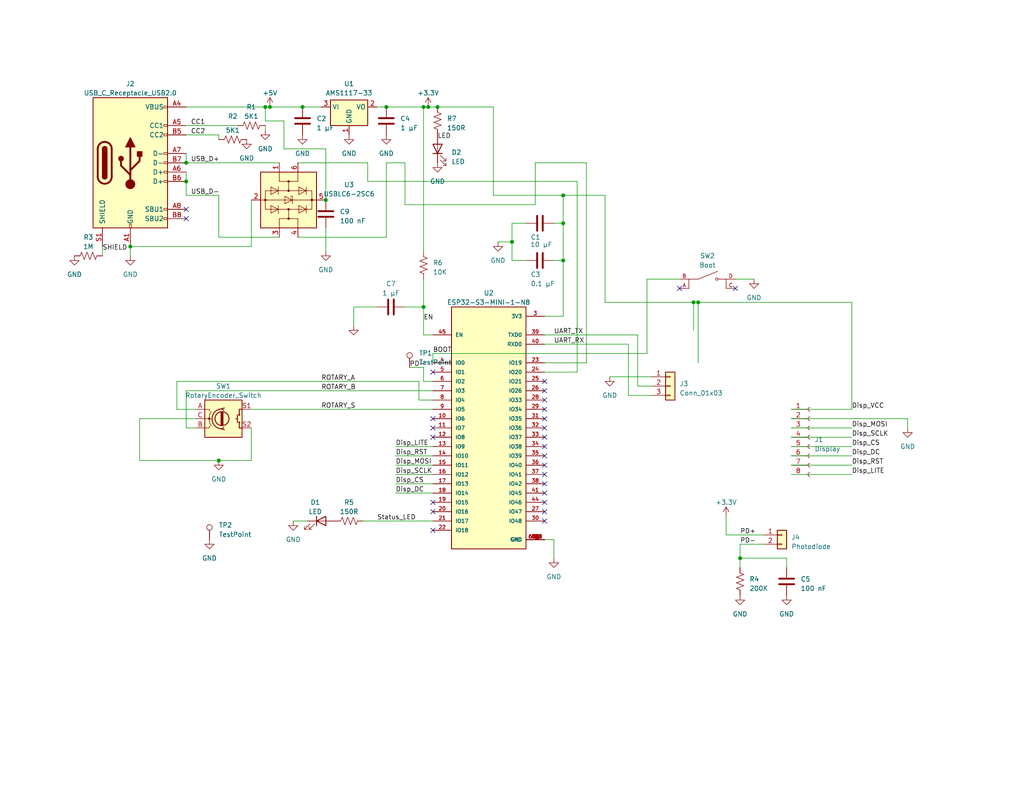
<source format=kicad_sch>
(kicad_sch (version 20230121) (generator eeschema)
  (paper "USLetter")
  (title_block (title "SleepControl") (date "2023-02-20") (company "Katharine Berry"))
  (lib_symbols
    (symbol "Connector:Conn_01x08_Socket" (pin_names (offset 1.016) hide)
      (property "Reference" "J" (at 0 10.16 0))
      (property "Value" "Conn_01x08_Socket" (at 0 -12.7 0))
      (symbol "Conn_01x08_Socket_1_1"
        (arc (start 0 -9.652) (mid -0.5058 -10.16) (end 0 -10.668) (stroke (width 0.1524)))
        (arc (start 0 -7.112) (mid -0.5058 -7.62) (end 0 -8.128) (stroke (width 0.1524)))
        (arc (start 0 -4.572) (mid -0.5058 -5.08) (end 0 -5.588) (stroke (width 0.1524)))
        (arc (start 0 -2.032) (mid -0.5058 -2.54) (end 0 -3.048) (stroke (width 0.1524)))
        (polyline (pts (xy -1.27 -10.16) (xy -0.508 -10.16)) (stroke (width 0.1524)))
        (polyline (pts (xy -1.27 -7.62) (xy -0.508 -7.62)) (stroke (width 0.1524)))
        (polyline (pts (xy -1.27 -5.08) (xy -0.508 -5.08)) (stroke (width 0.1524)))
        (polyline (pts (xy -1.27 -2.54) (xy -0.508 -2.54)) (stroke (width 0.1524)))
        (polyline (pts (xy -1.27 0) (xy -0.508 0)) (stroke (width 0.1524)))
        (polyline (pts (xy -1.27 2.54) (xy -0.508 2.54)) (stroke (width 0.1524)))
        (polyline (pts (xy -1.27 5.08) (xy -0.508 5.08)) (stroke (width 0.1524)))
        (polyline (pts (xy -1.27 7.62) (xy -0.508 7.62)) (stroke (width 0.1524)))
        (arc (start 0 0.508) (mid -0.5058 0) (end 0 -0.508) (stroke (width 0.1524)))
        (arc (start 0 3.048) (mid -0.5058 2.54) (end 0 2.032) (stroke (width 0.1524)))
        (arc (start 0 5.588) (mid -0.5058 5.08) (end 0 4.572) (stroke (width 0.1524)))
        (arc (start 0 8.128) (mid -0.5058 7.62) (end 0 7.112) (stroke (width 0.1524)))
        (pin passive line (at -5.08 7.62 0) (length 3.81) (name "Pin_1") (number "1"))
        (pin passive line (at -5.08 5.08 0) (length 3.81) (name "Pin_2") (number "2"))
        (pin passive line (at -5.08 2.54 0) (length 3.81) (name "Pin_3") (number "3"))
        (pin passive line (at -5.08 0 0) (length 3.81) (name "Pin_4") (number "4"))
        (pin passive line (at -5.08 -2.54 0) (length 3.81) (name "Pin_5") (number "5"))
        (pin passive line (at -5.08 -5.08 0) (length 3.81) (name "Pin_6") (number "6"))
        (pin passive line (at -5.08 -7.62 0) (length 3.81) (name "Pin_7") (number "7"))
        (pin passive line (at -5.08 -10.16 0) (length 3.81) (name "Pin_8") (number "8"))
      )
    )
    (symbol "Connector:TestPoint" (pin_numbers hide) (pin_names (offset 0.762) hide)
      (property "Reference" "TP" (at 0 6.858 0))
      (property "Value" "TestPoint" (at 0 5.08 0))
      (symbol "TestPoint_0_1"
        (circle (center 0 3.302) (radius 0.762))
      )
      (symbol "TestPoint_1_1"
        (pin passive line (at 0 0 90) (length 2.54) (name "1") (number "1"))
      )
    )
    (symbol "Connector:USB_C_Receptacle_USB2.0" (pin_names (offset 1.016))
      (property "Reference" "J2" (at 0 21.59 0))
      (property "Value" "USB_C_Receptacle_USB2.0" (at 0 19.05 0))
      (symbol "USB_C_Receptacle_USB2.0_0_0"
        (rectangle (start -0.254 -17.78) (end 0.254 -16.764))
        (rectangle (start 10.16 -14.986) (end 9.144 -15.494))
        (rectangle (start 10.16 -12.446) (end 9.144 -12.954))
        (rectangle (start 10.16 -4.826) (end 9.144 -5.334))
        (rectangle (start 10.16 -2.286) (end 9.144 -2.794))
        (rectangle (start 10.16 0.254) (end 9.144 -0.254))
        (rectangle (start 10.16 2.794) (end 9.144 2.286))
        (rectangle (start 10.16 7.874) (end 9.144 7.366))
        (rectangle (start 10.16 10.414) (end 9.144 9.906))
        (rectangle (start 10.16 15.494) (end 9.144 14.986))
      )
      (symbol "USB_C_Receptacle_USB2.0_0_1"
        (rectangle (start -10.16 17.78) (end 10.16 -17.78) (stroke (width 0.254)) (fill (type background)))
        (arc (start -8.89 -3.81) (mid -6.985 -5.7067) (end -5.08 -3.81) (stroke (width 0.508)))
        (arc (start -7.62 -3.81) (mid -6.985 -4.4423) (end -6.35 -3.81) (stroke (width 0.254)))
        (arc (start -7.62 -3.81) (mid -6.985 -4.4423) (end -6.35 -3.81) (stroke (width 0.254)) (fill (type outline)))
        (rectangle (start -7.62 -3.81) (end -6.35 3.81) (stroke (width 0.254)) (fill (type outline)))
        (arc (start -6.35 3.81) (mid -6.985 4.4423) (end -7.62 3.81) (stroke (width 0.254)))
        (arc (start -6.35 3.81) (mid -6.985 4.4423) (end -7.62 3.81) (stroke (width 0.254)) (fill (type outline)))
        (arc (start -5.08 3.81) (mid -6.985 5.7067) (end -8.89 3.81) (stroke (width 0.508)))
        (circle (center -2.54 1.143) (radius 0.635) (stroke (width 0.254)) (fill (type outline)))
        (circle (center 0 -5.842) (radius 1.27) (fill (type outline)))
        (polyline (pts (xy -8.89 -3.81) (xy -8.89 3.81)) (stroke (width 0.508)))
        (polyline (pts (xy -5.08 3.81) (xy -5.08 -3.81)) (stroke (width 0.508)))
        (polyline (pts (xy 0 -5.842) (xy 0 4.318)) (stroke (width 0.508)))
        (polyline (pts (xy 0 -3.302) (xy -2.54 -0.762) (xy -2.54 0.508)) (stroke (width 0.508)))
        (polyline (pts (xy 0 -2.032) (xy 2.54 0.508) (xy 2.54 1.778)) (stroke (width 0.508)))
        (polyline (pts (xy -1.27 4.318) (xy 0 6.858) (xy 1.27 4.318) (xy -1.27 4.318)) (stroke (width 0.254)) (fill (type outline)))
        (rectangle (start 1.905 1.778) (end 3.175 3.048) (stroke (width 0.254)) (fill (type outline)))
      )
      (symbol "USB_C_Receptacle_USB2.0_1_1"
        (pin passive line (at 0 -22.86 90) (length 5.08) (name "GND") (number "A1"))
        (pin power_out line (at 0 -22.86 90) (length 5.08) hide (name "GND") (number "A12"))
        (pin passive line (at 15.24 15.24 180) (length 5.08) (name "VBUS") (number "A4"))
        (pin bidirectional line (at 15.24 10.16 180) (length 5.08) (name "CC1") (number "A5"))
        (pin bidirectional line (at 15.24 -2.54 180) (length 5.08) (name "D+") (number "A6"))
        (pin bidirectional line (at 15.24 2.54 180) (length 5.08) (name "D-") (number "A7"))
        (pin bidirectional line (at 15.24 -12.7 180) (length 5.08) (name "SBU1") (number "A8"))
        (pin power_out line (at 15.24 15.24 180) (length 5.08) hide (name "VBUS") (number "A9"))
        (pin passive line (at 0 -22.86 90) (length 5.08) hide (name "GND") (number "B1"))
        (pin passive line (at 0 -22.86 90) (length 5.08) hide (name "GND") (number "B12"))
        (pin passive line (at 15.24 15.24 180) (length 5.08) hide (name "VBUS") (number "B4"))
        (pin bidirectional line (at 15.24 7.62 180) (length 5.08) (name "CC2") (number "B5"))
        (pin bidirectional line (at 15.24 -5.08 180) (length 5.08) (name "D+") (number "B6"))
        (pin bidirectional line (at 15.24 0 180) (length 5.08) (name "D-") (number "B7"))
        (pin bidirectional line (at 15.24 -15.24 180) (length 5.08) (name "SBU2") (number "B8"))
        (pin passive line (at 15.24 15.24 180) (length 5.08) hide (name "VBUS") (number "B9"))
        (pin passive line (at -7.62 -22.86 90) (length 5.08) (name "SHIELD") (number "S1"))
      )
    )
    (symbol "Connector_Generic:Conn_01x02" (pin_names (offset 1.016) hide)
      (property "Reference" "J" (at 0 2.54 0))
      (property "Value" "Conn_01x02" (at 0 -5.08 0))
      (symbol "Conn_01x02_1_1"
        (rectangle (start -1.27 -2.413) (end 0 -2.667) (stroke (width 0.1524)))
        (rectangle (start -1.27 0.127) (end 0 -0.127) (stroke (width 0.1524)))
        (rectangle (start -1.27 1.27) (end 1.27 -3.81) (stroke (width 0.254)) (fill (type background)))
        (pin passive line (at -5.08 0 0) (length 3.81) (name "Pin_1") (number "1"))
        (pin passive line (at -5.08 -2.54 0) (length 3.81) (name "Pin_2") (number "2"))
      )
    )
    (symbol "Connector_Generic:Conn_01x03" (pin_names (offset 1.016) hide)
      (property "Reference" "J" (at 0 5.08 0))
      (property "Value" "Conn_01x03" (at 0 -5.08 0))
      (symbol "Conn_01x03_1_1"
        (rectangle (start -1.27 -2.413) (end 0 -2.667) (stroke (width 0.1524)))
        (rectangle (start -1.27 0.127) (end 0 -0.127) (stroke (width 0.1524)))
        (rectangle (start -1.27 2.667) (end 0 2.413) (stroke (width 0.1524)))
        (rectangle (start -1.27 3.81) (end 1.27 -3.81) (stroke (width 0.254)) (fill (type background)))
        (pin passive line (at -5.08 2.54 0) (length 3.81) (name "Pin_1") (number "1"))
        (pin passive line (at -5.08 0 0) (length 3.81) (name "Pin_2") (number "2"))
        (pin passive line (at -5.08 -2.54 0) (length 3.81) (name "Pin_3") (number "3"))
      )
    )
    (symbol "Device:C" (pin_numbers hide) (pin_names (offset 0.254))
      (property "Reference" "C" (at 0.635 2.54 0))
      (property "Value" "C" (at 0.635 -2.54 0))
      (symbol "C_0_1"
        (polyline (pts (xy -2.032 -0.762) (xy 2.032 -0.762)) (stroke (width 0.508)))
        (polyline (pts (xy -2.032 0.762) (xy 2.032 0.762)) (stroke (width 0.508)))
      )
      (symbol "C_1_1"
        (pin passive line (at 0 3.81 270) (length 2.794) (name "~") (number "1"))
        (pin passive line (at 0 -3.81 90) (length 2.794) (name "~") (number "2"))
      )
    )
    (symbol "Device:LED" (pin_numbers hide) (pin_names (offset 1.016) hide)
      (property "Reference" "D" (at 0 2.54 0))
      (property "Value" "LED" (at 0 -2.54 0))
      (symbol "LED_0_1"
        (polyline (pts (xy -1.27 -1.27) (xy -1.27 1.27)) (stroke (width 0.254)))
        (polyline (pts (xy -1.27 0) (xy 1.27 0)))
        (polyline (pts (xy 1.27 -1.27) (xy 1.27 1.27) (xy -1.27 0) (xy 1.27 -1.27)) (stroke (width 0.254)))
        (polyline (pts (xy -3.048 -0.762) (xy -4.572 -2.286) (xy -3.81 -2.286) (xy -4.572 -2.286) (xy -4.572 -1.524)))
        (polyline (pts (xy -1.778 -0.762) (xy -3.302 -2.286) (xy -2.54 -2.286) (xy -3.302 -2.286) (xy -3.302 -1.524)))
      )
      (symbol "LED_1_1"
        (pin passive line (at -3.81 0 0) (length 2.54) (name "K") (number "1"))
        (pin passive line (at 3.81 0 180) (length 2.54) (name "A") (number "2"))
      )
    )
    (symbol "Device:R_US" (pin_numbers hide) (pin_names (offset 0))
      (property "Reference" "R" (at 2.54 0 90))
      (property "Value" "R_US" (at -2.54 0 90))
      (symbol "R_US_0_1"
        (polyline (pts (xy 0 -2.286) (xy 0 -2.54)))
        (polyline (pts (xy 0 2.286) (xy 0 2.54)))
        (polyline (pts (xy 0 -0.762) (xy 1.016 -1.143) (xy 0 -1.524) (xy -1.016 -1.905) (xy 0 -2.286)))
        (polyline (pts (xy 0 0.762) (xy 1.016 0.381) (xy 0 0) (xy -1.016 -0.381) (xy 0 -0.762)))
        (polyline (pts (xy 0 2.286) (xy 1.016 1.905) (xy 0 1.524) (xy -1.016 1.143) (xy 0 0.762)))
      )
      (symbol "R_US_1_1"
        (pin passive line (at 0 3.81 270) (length 1.27) (name "~") (number "1"))
        (pin passive line (at 0 -3.81 90) (length 1.27) (name "~") (number "2"))
      )
    )
    (symbol "Device:RotaryEncoder_Switch" (pin_names (offset 0.254) hide)
      (property "Reference" "SW" (at 0 6.604 0))
      (property "Value" "RotaryEncoder_Switch" (at 0 -6.604 0))
      (symbol "RotaryEncoder_Switch_0_1"
        (rectangle (start -5.08 5.08) (end 5.08 -5.08) (stroke (width 0.254)) (fill (type background)))
        (circle (center -3.81 0) (radius 0.254) (fill (type outline)))
        (circle (center -0.381 0) (radius 1.905) (stroke (width 0.254)))
        (arc (start -0.381 2.667) (mid -3.0988 -0.0635) (end -0.381 -2.794) (stroke (width 0.254)))
        (polyline (pts (xy -0.635 -1.778) (xy -0.635 1.778)) (stroke (width 0.254)))
        (polyline (pts (xy -0.381 -1.778) (xy -0.381 1.778)) (stroke (width 0.254)))
        (polyline (pts (xy -0.127 1.778) (xy -0.127 -1.778)) (stroke (width 0.254)))
        (polyline (pts (xy 3.81 0) (xy 3.429 0)) (stroke (width 0.254)))
        (polyline (pts (xy 3.81 1.016) (xy 3.81 -1.016)) (stroke (width 0.254)))
        (polyline (pts (xy -5.08 -2.54) (xy -3.81 -2.54) (xy -3.81 -2.032)))
        (polyline (pts (xy -5.08 2.54) (xy -3.81 2.54) (xy -3.81 2.032)))
        (polyline (pts (xy 0.254 -3.048) (xy -0.508 -2.794) (xy 0.127 -2.413)) (stroke (width 0.254)))
        (polyline (pts (xy 0.254 2.921) (xy -0.508 2.667) (xy 0.127 2.286)) (stroke (width 0.254)))
        (polyline (pts (xy 5.08 -2.54) (xy 4.318 -2.54) (xy 4.318 -1.016)) (stroke (width 0.254)))
        (polyline (pts (xy 5.08 2.54) (xy 4.318 2.54) (xy 4.318 1.016)) (stroke (width 0.254)))
        (polyline (pts (xy -5.08 0) (xy -3.81 0) (xy -3.81 -1.016) (xy -3.302 -2.032)))
        (polyline (pts (xy -4.318 0) (xy -3.81 0) (xy -3.81 1.016) (xy -3.302 2.032)))
        (circle (center 4.318 -1.016) (radius 0.127) (stroke (width 0.254)))
        (circle (center 4.318 1.016) (radius 0.127) (stroke (width 0.254)))
      )
      (symbol "RotaryEncoder_Switch_1_1"
        (pin passive line (at -7.62 2.54 0) (length 2.54) (name "A") (number "A"))
        (pin passive line (at -7.62 -2.54 0) (length 2.54) (name "B") (number "B"))
        (pin passive line (at -7.62 0 0) (length 2.54) (name "C") (number "C"))
        (pin passive line (at 7.62 2.54 180) (length 2.54) (name "S1") (number "S1"))
        (pin passive line (at 7.62 -2.54 180) (length 2.54) (name "S2") (number "S2"))
      )
    )
    (symbol "ESP32-S3-MINI-1-N8:ESP32-S3-MINI-1-N8" (pin_names (offset 1.016))
      (property "Reference" "U" (at -10.16 34.29 0))
      (property "Value" "ESP32-S3-MINI-1-N8" (at -10.16 -35.56 0))
      (symbol "ESP32-S3-MINI-1-N8_0_0"
        (rectangle (start -10.16 -33.02) (end 10.16 33.02) (stroke (width 0.254)) (fill (type background)))
        (pin power_in line (at 15.24 -30.48 180) (length 5.08) (name "GND") (number "1"))
        (pin bidirectional line (at -15.24 2.54 0) (length 5.08) (name "IO6") (number "10"))
        (pin bidirectional line (at -15.24 0 0) (length 5.08) (name "IO7") (number "11"))
        (pin bidirectional line (at -15.24 -2.54 0) (length 5.08) (name "IO8") (number "12"))
        (pin bidirectional line (at -15.24 -5.08 0) (length 5.08) (name "IO9") (number "13"))
        (pin bidirectional line (at -15.24 -7.62 0) (length 5.08) (name "IO10") (number "14"))
        (pin bidirectional line (at -15.24 -10.16 0) (length 5.08) (name "IO11") (number "15"))
        (pin bidirectional line (at -15.24 -12.7 0) (length 5.08) (name "IO12") (number "16"))
        (pin bidirectional line (at -15.24 -15.24 0) (length 5.08) (name "IO13") (number "17"))
        (pin bidirectional line (at -15.24 -17.78 0) (length 5.08) (name "IO14") (number "18"))
        (pin bidirectional line (at -15.24 -20.32 0) (length 5.08) (name "IO15") (number "19"))
        (pin power_in line (at 15.24 -30.48 180) (length 5.08) (name "GND") (number "2"))
        (pin bidirectional line (at -15.24 -22.86 0) (length 5.08) (name "IO16") (number "20"))
        (pin bidirectional line (at -15.24 -25.4 0) (length 5.08) (name "IO17") (number "21"))
        (pin bidirectional line (at -15.24 -27.94 0) (length 5.08) (name "IO18") (number "22"))
        (pin bidirectional line (at 15.24 17.78 180) (length 5.08) (name "IO19") (number "23"))
        (pin bidirectional line (at 15.24 15.24 180) (length 5.08) (name "IO20") (number "24"))
        (pin bidirectional line (at 15.24 12.7 180) (length 5.08) (name "IO21") (number "25"))
        (pin bidirectional line (at 15.24 10.16 180) (length 5.08) (name "IO26") (number "26"))
        (pin bidirectional line (at 15.24 -22.86 180) (length 5.08) (name "IO47") (number "27"))
        (pin bidirectional line (at 15.24 7.62 180) (length 5.08) (name "IO33") (number "28"))
        (pin bidirectional line (at 15.24 5.08 180) (length 5.08) (name "IO34") (number "29"))
        (pin power_in line (at 15.24 30.48 180) (length 5.08) (name "3V3") (number "3"))
        (pin bidirectional line (at 15.24 -25.4 180) (length 5.08) (name "IO48") (number "30"))
        (pin bidirectional line (at 15.24 2.54 180) (length 5.08) (name "IO35") (number "31"))
        (pin bidirectional line (at 15.24 0 180) (length 5.08) (name "IO36") (number "32"))
        (pin bidirectional line (at 15.24 -2.54 180) (length 5.08) (name "IO37") (number "33"))
        (pin bidirectional line (at 15.24 -5.08 180) (length 5.08) (name "IO38") (number "34"))
        (pin bidirectional line (at 15.24 -7.62 180) (length 5.08) (name "IO39") (number "35"))
        (pin bidirectional line (at 15.24 -10.16 180) (length 5.08) (name "IO40") (number "36"))
        (pin bidirectional line (at 15.24 -12.7 180) (length 5.08) (name "IO41") (number "37"))
        (pin bidirectional line (at 15.24 -15.24 180) (length 5.08) (name "IO42") (number "38"))
        (pin bidirectional line (at 15.24 25.4 180) (length 5.08) (name "TXD0") (number "39"))
        (pin bidirectional line (at -15.24 17.78 0) (length 5.08) (name "IO0") (number "4"))
        (pin bidirectional line (at 15.24 22.86 180) (length 5.08) (name "RXD0") (number "40"))
        (pin bidirectional line (at 15.24 -17.78 180) (length 5.08) (name "IO45") (number "41"))
        (pin power_in line (at 15.24 -30.48 180) (length 5.08) (name "GND") (number "42"))
        (pin power_in line (at 15.24 -30.48 180) (length 5.08) (name "GND") (number "43"))
        (pin bidirectional line (at 15.24 -20.32 180) (length 5.08) (name "IO46") (number "44"))
        (pin input line (at -15.24 25.4 0) (length 5.08) (name "EN") (number "45"))
        (pin power_in line (at 15.24 -30.48 180) (length 5.08) (name "GND") (number "46"))
        (pin power_in line (at 15.24 -30.48 180) (length 5.08) (name "GND") (number "47"))
        (pin power_in line (at 15.24 -30.48 180) (length 5.08) (name "GND") (number "48"))
        (pin power_in line (at 15.24 -30.48 180) (length 5.08) (name "GND") (number "49"))
        (pin bidirectional line (at -15.24 15.24 0) (length 5.08) (name "IO1") (number "5"))
        (pin power_in line (at 15.24 -30.48 180) (length 5.08) (name "GND") (number "50"))
        (pin power_in line (at 15.24 -30.48 180) (length 5.08) (name "GND") (number "51"))
        (pin power_in line (at 15.24 -30.48 180) (length 5.08) (name "GND") (number "52"))
        (pin power_in line (at 15.24 -30.48 180) (length 5.08) (name "GND") (number "53"))
        (pin power_in line (at 15.24 -30.48 180) (length 5.08) (name "GND") (number "54"))
        (pin power_in line (at 15.24 -30.48 180) (length 5.08) (name "GND") (number "55"))
        (pin power_in line (at 15.24 -30.48 180) (length 5.08) (name "GND") (number "56"))
        (pin power_in line (at 15.24 -30.48 180) (length 5.08) (name "GND") (number "57"))
        (pin power_in line (at 15.24 -30.48 180) (length 5.08) (name "GND") (number "58"))
        (pin power_in line (at 15.24 -30.48 180) (length 5.08) (name "GND") (number "59"))
        (pin bidirectional line (at -15.24 12.7 0) (length 5.08) (name "IO2") (number "6"))
        (pin power_in line (at 15.24 -30.48 180) (length 5.08) (name "GND") (number "60"))
        (pin power_in line (at 15.24 -30.48 180) (length 5.08) (name "GND") (number "61"))
        (pin power_in line (at 15.24 -30.48 180) (length 5.08) (name "GND") (number "61_1"))
        (pin power_in line (at 15.24 -30.48 180) (length 5.08) (name "GND") (number "61_2"))
        (pin power_in line (at 15.24 -30.48 180) (length 5.08) (name "GND") (number "61_3"))
        (pin power_in line (at 15.24 -30.48 180) (length 5.08) (name "GND") (number "61_4"))
        (pin power_in line (at 15.24 -30.48 180) (length 5.08) (name "GND") (number "61_5"))
        (pin power_in line (at 15.24 -30.48 180) (length 5.08) (name "GND") (number "61_6"))
        (pin power_in line (at 15.24 -30.48 180) (length 5.08) (name "GND") (number "61_7"))
        (pin power_in line (at 15.24 -30.48 180) (length 5.08) (name "GND") (number "61_8"))
        (pin power_in line (at 15.24 -30.48 180) (length 5.08) (name "GND") (number "62"))
        (pin power_in line (at 15.24 -30.48 180) (length 5.08) (name "GND") (number "63"))
        (pin power_in line (at 15.24 -30.48 180) (length 5.08) (name "GND") (number "64"))
        (pin power_in line (at 15.24 -30.48 180) (length 5.08) (name "GND") (number "65"))
        (pin bidirectional line (at -15.24 10.16 0) (length 5.08) (name "IO3") (number "7"))
        (pin bidirectional line (at -15.24 7.62 0) (length 5.08) (name "IO4") (number "8"))
        (pin bidirectional line (at -15.24 5.08 0) (length 5.08) (name "IO5") (number "9"))
      )
    )
    (symbol "Power_Protection:USBLC6-2SC6" (pin_names hide)
      (property "Reference" "U" (at 2.54 8.89 0))
      (property "Value" "USBLC6-2SC6" (at 2.54 -8.89 0))
      (symbol "USBLC6-2SC6_0_1"
        (rectangle (start -7.62 -7.62) (end 7.62 7.62) (stroke (width 0.254)) (fill (type background)))
        (circle (center -5.08 0) (radius 0.254) (fill (type outline)))
        (circle (center -2.54 0) (radius 0.254) (fill (type outline)))
        (rectangle (start -2.54 6.35) (end 2.54 -6.35))
        (circle (center 0 -6.35) (radius 0.254) (fill (type outline)))
        (polyline (pts (xy -5.08 -2.54) (xy -7.62 -2.54)))
        (polyline (pts (xy -5.08 0) (xy -5.08 -2.54)))
        (polyline (pts (xy -5.08 2.54) (xy -7.62 2.54)))
        (polyline (pts (xy -1.524 -2.794) (xy -3.556 -2.794)))
        (polyline (pts (xy -1.524 4.826) (xy -3.556 4.826)))
        (polyline (pts (xy 0 -7.62) (xy 0 -6.35)))
        (polyline (pts (xy 0 -6.35) (xy 0 1.27)))
        (polyline (pts (xy 0 1.27) (xy 0 6.35)))
        (polyline (pts (xy 0 6.35) (xy 0 7.62)))
        (polyline (pts (xy 1.524 -2.794) (xy 3.556 -2.794)))
        (polyline (pts (xy 1.524 4.826) (xy 3.556 4.826)))
        (polyline (pts (xy 5.08 -2.54) (xy 7.62 -2.54)))
        (polyline (pts (xy 5.08 0) (xy 5.08 -2.54)))
        (polyline (pts (xy 5.08 2.54) (xy 7.62 2.54)))
        (polyline (pts (xy -2.54 0) (xy -5.08 0) (xy -5.08 2.54)))
        (polyline (pts (xy 2.54 0) (xy 5.08 0) (xy 5.08 2.54)))
        (polyline (pts (xy -3.556 -4.826) (xy -1.524 -4.826) (xy -2.54 -2.794) (xy -3.556 -4.826)))
        (polyline (pts (xy -3.556 2.794) (xy -1.524 2.794) (xy -2.54 4.826) (xy -3.556 2.794)))
        (polyline (pts (xy -1.016 -1.016) (xy 1.016 -1.016) (xy 0 1.016) (xy -1.016 -1.016)))
        (polyline (pts (xy 1.016 1.016) (xy 0.762 1.016) (xy -1.016 1.016) (xy -1.016 0.508)))
        (polyline (pts (xy 3.556 -4.826) (xy 1.524 -4.826) (xy 2.54 -2.794) (xy 3.556 -4.826)))
        (polyline (pts (xy 3.556 2.794) (xy 1.524 2.794) (xy 2.54 4.826) (xy 3.556 2.794)))
        (circle (center 0 6.35) (radius 0.254) (fill (type outline)))
        (circle (center 2.54 0) (radius 0.254) (fill (type outline)))
        (circle (center 5.08 0) (radius 0.254) (fill (type outline)))
      )
      (symbol "USBLC6-2SC6_1_1"
        (pin passive line (at -10.16 -2.54 0) (length 2.54) (name "I/O1") (number "1"))
        (pin passive line (at 0 -10.16 90) (length 2.54) (name "GND") (number "2"))
        (pin passive line (at 10.16 -2.54 180) (length 2.54) (name "I/O2") (number "3"))
        (pin passive line (at 10.16 2.54 180) (length 2.54) (name "I/O2") (number "4"))
        (pin passive line (at 0 10.16 270) (length 2.54) (name "VBUS") (number "5"))
        (pin passive line (at -10.16 2.54 0) (length 2.54) (name "I/O1") (number "6"))
      )
    )
    (symbol "Regulator_Linear:AMS1117-3.3"
      (property "Reference" "U" (at -3.81 3.175 0))
      (property "Value" "AMS1117-3.3" (at 0 3.175 0))
      (symbol "AMS1117-3.3_0_1"
        (rectangle (start -5.08 -5.08) (end 5.08 1.905) (stroke (width 0.254)) (fill (type background)))
      )
      (symbol "AMS1117-3.3_1_1"
        (pin power_in line (at 0 -7.62 90) (length 2.54) (name "GND") (number "1"))
        (pin power_out line (at 7.62 0 180) (length 2.54) (name "VO") (number "2"))
        (pin power_in line (at -7.62 0 0) (length 2.54) (name "VI") (number "3"))
      )
    )
    (symbol "TS-1187A-B-A-B:TS-1187A-B-A-B" (pin_names (offset 1.016))
      (property "Reference" "S" (at -2.54 2.54 0))
      (property "Value" "TS-1187A-B-A-B" (at -6.35 -6.35 0))
      (symbol "TS-1187A-B-A-B_0_0"
        (polyline (pts (xy -2.54 0) (xy -5.08 0)) (stroke (width 0.1524)))
        (polyline (pts (xy -2.54 0) (xy 2.794 2.1336)) (stroke (width 0.1524)))
        (polyline (pts (xy 5.08 0) (xy 2.921 0)) (stroke (width 0.1524)))
        (circle (center 2.54 0) (radius 0.3302) (stroke (width 0.1524)))
        (pin passive line (at -7.62 -2.54 0) (length 2.54) (name "~") (number "A"))
        (pin passive line (at -7.62 0 0) (length 2.54) (name "~") (number "B"))
        (pin passive line (at 7.62 -2.54 180) (length 2.54) (name "~") (number "C"))
        (pin passive line (at 7.62 0 180) (length 2.54) (name "~") (number "D"))
      )
      (symbol "TS-1187A-B-A-B_0_1"
        (polyline (pts (xy -5.08 -2.54) (xy -5.08 0)))
        (polyline (pts (xy 5.08 -2.54) (xy 5.08 0)))
      )
    )
    (symbol "power:+3.3V" (power) (pin_names (offset 0))
      (property "Value" "+3.3V" (at 0 3.556 0))
      (symbol "+3.3V_0_1"
        (polyline (pts (xy -0.762 1.27) (xy 0 2.54)))
        (polyline (pts (xy 0 0) (xy 0 2.54)))
        (polyline (pts (xy 0 2.54) (xy 0.762 1.27)))
      )
      (symbol "+3.3V_1_1"
        (pin power_in line (at 0 0 90) (length 0) hide (name "+3.3V") (number "1"))
      )
    )
    (symbol "power:+5V" (power) (pin_names (offset 0))
      (property "Value" "+5V" (at 0 3.556 0))
      (symbol "+5V_0_1"
        (polyline (pts (xy -0.762 1.27) (xy 0 2.54)))
        (polyline (pts (xy 0 0) (xy 0 2.54)))
        (polyline (pts (xy 0 2.54) (xy 0.762 1.27)))
      )
      (symbol "+5V_1_1"
        (pin power_in line (at 0 0 90) (length 0) hide (name "+5V") (number "1"))
      )
    )
    (symbol "power:GND" (power) (pin_names (offset 0))
      (property "Value" "GND" (at 0 -3.81 0))
      (symbol "GND_0_1"
        (polyline (pts (xy 0 0) (xy 0 -1.27) (xy 1.27 -1.27) (xy 0 -2.54) (xy -1.27 -1.27) (xy 0 -1.27)))
      )
      (symbol "GND_1_1"
        (pin power_in line (at 0 0 270) (length 0) hide (name "GND") (number "1"))
      )
    )
  )
  (junction (at 59.69 125.73))
  (junction (at 139.7 66.04))
  (junction (at 116.84 29.21))
  (junction (at 153.67 60.96))
  (junction (at 153.67 53.34))
  (junction (at 119.38 29.21))
  (junction (at 105.41 29.21))
  (junction (at 88.9 54.61))
  (junction (at 50.8 49.53))
  (junction (at 201.93 152.4))
  (junction (at 189.23 82.55))
  (junction (at 153.67 71.12))
  (junction (at 50.8 44.45))
  (junction (at 190.5 82.55))
  (junction (at 72.39 29.21))
  (junction (at 115.57 29.21))
  (junction (at 35.56 67.31))
  (junction (at 115.57 83.82))
  (junction (at 73.66 29.21))
  (junction (at 82.55 29.21))
  (no_connect (at 118.11 139.7))
  (no_connect (at 148.59 121.92))
  (no_connect (at 148.59 132.08))
  (no_connect (at 148.59 109.22))
  (no_connect (at 118.11 114.3))
  (no_connect (at 118.11 137.16))
  (no_connect (at 148.59 116.84))
  (no_connect (at 148.59 106.68))
  (no_connect (at 185.42 78.74))
  (no_connect (at 118.11 144.78))
  (no_connect (at 50.8 57.15))
  (no_connect (at 200.66 78.74))
  (no_connect (at 118.11 119.38))
  (no_connect (at 148.59 119.38))
  (no_connect (at 148.59 134.62))
  (no_connect (at 148.59 104.14))
  (no_connect (at 148.59 137.16))
  (no_connect (at 118.11 101.6))
  (no_connect (at 148.59 142.24))
  (no_connect (at 148.59 114.3))
  (no_connect (at 148.59 124.46))
  (no_connect (at 148.59 139.7))
  (no_connect (at 148.59 129.54))
  (no_connect (at 148.59 127))
  (no_connect (at 118.11 116.84))
  (no_connect (at 148.59 111.76))
  (no_connect (at 50.8 59.69))
  (wire (pts (xy 153.67 86.36) (xy 148.59 86.36)))
  (wire (pts (xy 88.9 40.64) (xy 88.9 54.61)))
  (wire (pts (xy 59.69 53.34) (xy 59.69 64.77)))
  (wire (pts (xy 107.95 121.92) (xy 118.11 121.92)))
  (wire (pts (xy 173.99 91.44) (xy 173.99 105.41)))
  (wire (pts (xy 102.87 29.21) (xy 105.41 29.21)))
  (wire (pts (xy 107.95 134.62) (xy 118.11 134.62)))
  (wire (pts (xy 215.9 121.92) (xy 232.41 121.92)))
  (wire (pts (xy 110.49 55.88) (xy 146.05 55.88)))
  (wire (pts (xy 81.28 44.45) (xy 100.33 44.45)))
  (wire (pts (xy 50.8 44.45) (xy 76.2 44.45)))
  (wire (pts (xy 107.95 124.46) (xy 118.11 124.46)))
  (wire (pts (xy 27.94 67.31) (xy 27.94 69.85)))
  (wire (pts (xy 102.87 83.82) (xy 96.52 83.82)))
  (wire (pts (xy 115.57 83.82) (xy 115.57 91.44)))
  (wire (pts (xy 118.11 99.06) (xy 118.11 96.52)))
  (wire (pts (xy 59.69 38.1) (xy 59.69 36.83)))
  (wire (pts (xy 153.67 60.96) (xy 151.13 60.96)))
  (wire (pts (xy 115.57 104.14) (xy 115.57 100.33)))
  (wire (pts (xy 215.9 119.38) (xy 232.41 119.38)))
  (wire (pts (xy 50.8 106.68) (xy 118.11 106.68)))
  (wire (pts (xy 148.59 91.44) (xy 173.99 91.44)))
  (wire (pts (xy 82.55 29.21) (xy 87.63 29.21)))
  (wire (pts (xy 68.58 116.84) (xy 68.58 125.73)))
  (wire (pts (xy 232.41 82.55) (xy 232.41 111.76)))
  (wire (pts (xy 215.9 114.3) (xy 247.65 114.3)))
  (wire (pts (xy 171.45 107.95) (xy 177.8 107.95)))
  (wire (pts (xy 198.12 146.05) (xy 208.28 146.05)))
  (wire (pts (xy 53.34 116.84) (xy 50.8 116.84)))
  (wire (pts (xy 105.41 64.77) (xy 105.41 44.45)))
  (wire (pts (xy 119.38 29.21) (xy 134.62 29.21)))
  (wire (pts (xy 48.26 104.14) (xy 48.26 111.76)))
  (wire (pts (xy 215.9 111.76) (xy 232.41 111.76)))
  (wire (pts (xy 68.58 111.76) (xy 118.11 111.76)))
  (wire (pts (xy 214.63 152.4) (xy 214.63 154.94)))
  (wire (pts (xy 77.47 33.02) (xy 77.47 40.64)))
  (wire (pts (xy 38.1 114.3) (xy 38.1 125.73)))
  (wire (pts (xy 115.57 91.44) (xy 118.11 91.44)))
  (wire (pts (xy 157.48 49.53) (xy 157.48 101.6)))
  (wire (pts (xy 107.95 127) (xy 118.11 127)))
  (wire (pts (xy 110.49 44.45) (xy 110.49 55.88)))
  (wire (pts (xy 215.9 129.54) (xy 232.41 129.54)))
  (wire (pts (xy 139.7 71.12) (xy 143.51 71.12)))
  (wire (pts (xy 114.3 104.14) (xy 114.3 109.22)))
  (wire (pts (xy 173.99 105.41) (xy 177.8 105.41)))
  (wire (pts (xy 68.58 67.31) (xy 68.58 54.61)))
  (wire (pts (xy 114.3 109.22) (xy 118.11 109.22)))
  (wire (pts (xy 165.1 53.34) (xy 165.1 82.55)))
  (wire (pts (xy 50.8 36.83) (xy 59.69 36.83)))
  (wire (pts (xy 53.34 114.3) (xy 38.1 114.3)))
  (wire (pts (xy 166.37 102.87) (xy 177.8 102.87)))
  (wire (pts (xy 139.7 66.04) (xy 135.89 66.04)))
  (wire (pts (xy 72.39 33.02) (xy 77.47 33.02)))
  (wire (pts (xy 215.9 127) (xy 232.41 127)))
  (wire (pts (xy 146.05 55.88) (xy 146.05 44.45)))
  (wire (pts (xy 110.49 83.82) (xy 115.57 83.82)))
  (wire (pts (xy 157.48 101.6) (xy 148.59 101.6)))
  (wire (pts (xy 189.23 82.55) (xy 190.5 82.55)))
  (wire (pts (xy 189.23 82.55) (xy 189.23 90.17)))
  (wire (pts (xy 148.59 147.32) (xy 151.13 147.32)))
  (wire (pts (xy 153.67 53.34) (xy 153.67 60.96)))
  (wire (pts (xy 50.8 34.29) (xy 64.77 34.29)))
  (wire (pts (xy 139.7 66.04) (xy 139.7 71.12)))
  (wire (pts (xy 59.69 64.77) (xy 76.2 64.77)))
  (wire (pts (xy 146.05 44.45) (xy 160.02 44.45)))
  (wire (pts (xy 201.93 148.59) (xy 201.93 152.4)))
  (wire (pts (xy 215.9 124.46) (xy 232.41 124.46)))
  (wire (pts (xy 171.45 93.98) (xy 171.45 107.95)))
  (wire (pts (xy 72.39 34.29) (xy 72.39 35.56)))
  (wire (pts (xy 153.67 60.96) (xy 153.67 71.12)))
  (wire (pts (xy 160.02 99.06) (xy 148.59 99.06)))
  (wire (pts (xy 190.5 99.06) (xy 190.5 82.55)))
  (wire (pts (xy 118.11 96.52) (xy 176.53 96.52)))
  (wire (pts (xy 200.66 76.2) (xy 205.74 76.2)))
  (wire (pts (xy 118.11 104.14) (xy 115.57 104.14)))
  (wire (pts (xy 48.26 104.14) (xy 114.3 104.14)))
  (wire (pts (xy 201.93 152.4) (xy 214.63 152.4)))
  (wire (pts (xy 77.47 40.64) (xy 88.9 40.64)))
  (wire (pts (xy 190.5 82.55) (xy 232.41 82.55)))
  (wire (pts (xy 49.53 44.45) (xy 50.8 44.45)))
  (wire (pts (xy 215.9 116.84) (xy 232.41 116.84)))
  (wire (pts (xy 96.52 83.82) (xy 96.52 88.9)))
  (wire (pts (xy 50.8 29.21) (xy 72.39 29.21)))
  (wire (pts (xy 72.39 29.21) (xy 73.66 29.21)))
  (wire (pts (xy 81.28 64.77) (xy 105.41 64.77)))
  (wire (pts (xy 134.62 53.34) (xy 153.67 53.34)))
  (wire (pts (xy 100.33 44.45) (xy 100.33 49.53)))
  (wire (pts (xy 50.8 106.68) (xy 50.8 116.84)))
  (wire (pts (xy 176.53 76.2) (xy 185.42 76.2)))
  (wire (pts (xy 35.56 67.31) (xy 68.58 67.31)))
  (wire (pts (xy 160.02 44.45) (xy 160.02 99.06)))
  (wire (pts (xy 50.8 41.91) (xy 50.8 44.45)))
  (wire (pts (xy 68.58 125.73) (xy 59.69 125.73)))
  (wire (pts (xy 50.8 49.53) (xy 50.8 53.34)))
  (wire (pts (xy 38.1 125.73) (xy 59.69 125.73)))
  (wire (pts (xy 247.65 114.3) (xy 247.65 116.84)))
  (wire (pts (xy 198.12 140.97) (xy 198.12 146.05)))
  (wire (pts (xy 165.1 82.55) (xy 189.23 82.55)))
  (wire (pts (xy 201.93 148.59) (xy 208.28 148.59)))
  (wire (pts (xy 111.76 100.33) (xy 115.57 100.33)))
  (wire (pts (xy 201.93 152.4) (xy 201.93 154.94)))
  (wire (pts (xy 73.66 29.21) (xy 82.55 29.21)))
  (wire (pts (xy 107.95 129.54) (xy 118.11 129.54)))
  (wire (pts (xy 50.8 53.34) (xy 59.69 53.34)))
  (wire (pts (xy 119.38 29.21) (xy 116.84 29.21)))
  (wire (pts (xy 143.51 60.96) (xy 139.7 60.96)))
  (wire (pts (xy 176.53 96.52) (xy 176.53 76.2)))
  (wire (pts (xy 105.41 44.45) (xy 110.49 44.45)))
  (wire (pts (xy 72.39 29.21) (xy 72.39 33.02)))
  (wire (pts (xy 35.56 67.31) (xy 35.56 69.85)))
  (wire (pts (xy 107.95 132.08) (xy 118.11 132.08)))
  (wire (pts (xy 115.57 29.21) (xy 115.57 68.58)))
  (wire (pts (xy 115.57 83.82) (xy 115.57 76.2)))
  (wire (pts (xy 139.7 60.96) (xy 139.7 66.04)))
  (wire (pts (xy 88.9 62.23) (xy 88.9 68.58)))
  (wire (pts (xy 80.01 142.24) (xy 83.82 142.24)))
  (wire (pts (xy 151.13 147.32) (xy 151.13 152.4)))
  (wire (pts (xy 99.06 142.24) (xy 118.11 142.24)))
  (wire (pts (xy 153.67 71.12) (xy 153.67 86.36)))
  (wire (pts (xy 50.8 46.99) (xy 50.8 49.53)))
  (wire (pts (xy 134.62 29.21) (xy 134.62 53.34)))
  (wire (pts (xy 115.57 29.21) (xy 116.84 29.21)))
  (wire (pts (xy 53.34 111.76) (xy 48.26 111.76)))
  (wire (pts (xy 105.41 29.21) (xy 115.57 29.21)))
  (wire (pts (xy 148.59 93.98) (xy 171.45 93.98)))
  (wire (pts (xy 153.67 53.34) (xy 165.1 53.34)))
  (wire (pts (xy 153.67 71.12) (xy 151.13 71.12)))
  (wire (pts (xy 100.33 49.53) (xy 157.48 49.53)))
  (label "Disp_DC" (at 107.95 134.62 0))
  (label "ROTARY_B" (at 87.63 106.68 0))
  (label "Disp_VCC" (at 232.41 111.76 0))
  (label "Disp_MOSI" (at 107.95 127 0))
  (label "UART_RX" (at 151.13 93.98 0))
  (label "LED" (at 119.38 38.1 0))
  (label "Disp_SCLK" (at 232.41 119.38 0))
  (label "Disp_RST" (at 232.41 127 0))
  (label "SHIELD" (at 27.94 68.58 0))
  (label "CC2" (at 52.07 36.83 0))
  (label "Disp_DC" (at 232.41 124.46 0))
  (label "Disp_SCLK" (at 107.95 129.54 0))
  (label "BOOT" (at 118.11 96.52 0))
  (label "Disp_CS" (at 107.95 132.08 0))
  (label "ROTARY_S" (at 87.63 111.76 0))
  (label "EN" (at 115.57 87.63 0))
  (label "Status_LED" (at 102.87 142.24 0))
  (label "UART_TX" (at 151.13 91.44 0))
  (label "PD-" (at 111.76 100.33 0))
  (label "Disp_RST" (at 107.95 124.46 0))
  (label "USB_D-" (at 52.07 53.34 0))
  (label "PD+" (at 201.93 146.05 0))
  (label "Disp_CS" (at 232.41 121.92 0))
  (label "ROTARY_A" (at 87.63 104.14 0))
  (label "CC1" (at 52.07 34.29 0))
  (label "USB_D+" (at 52.07 44.45 0))
  (label "PD-" (at 201.93 148.59 0))
  (label "Disp_LITE" (at 107.95 121.92 0))
  (label "Disp_MOSI" (at 232.41 116.84 0))
  (label "Disp_LITE" (at 232.41 129.54 0))
  (symbol (lib_id "Device:LED") (at 87.63 142.24 0) (unit 1)
    (property "Reference" "D1" (at 86.0425 137.16 0))
    (property "Value" "LED" (at 86.0425 139.7 0))
    (property "Footprint" "LED_SMD:LED_0603_1608Metric" (effects hide))
    (property "LCSC Part #" "C2286" (effects hide))
  )
  (symbol (lib_id "power:+3.3V") (at 198.12 140.97 0) (unit 1)
    (property "Reference" "#PWR013" (effects hide))
    (property "Value" "+3.3V" (at 198.12 137.16 0))
  )
  (symbol (lib_id "power:GND") (at 80.01 142.24 0) (unit 1)
    (property "Reference" "#PWR019" (effects hide))
    (property "Value" "GND" (at 80.01 147.32 0))
  )
  (symbol (lib_id "Connector_Generic:Conn_01x02") (at 213.36 146.05 0) (unit 1)
    (property "Reference" "J4" (at 215.9 146.685 0) (effects (justify left)))
    (property "Value" "Photodiode" (at 215.9 149.225 0) (effects (justify left)))
    (property "Footprint" "Connector_JST:JST_PH_B2B-PH-K_1x02_P2.00mm_Vertical" (effects hide))
    (property "LCSC Part #" "C131337" (effects hide))
  )
  (symbol (lib_id "Device:R_US") (at 63.5 38.1 90) (unit 1)
    (property "Reference" "R2" (at 63.5 31.75 90))
    (property "Value" "5K1" (at 63.5 35.56 90))
    (property "Footprint" "Resistor_SMD:R_0603_1608Metric" (effects hide))
    (property "LCSC Part #" "C23186" (effects hide))
  )
  (symbol (lib_id "Connector:Conn_01x08_Socket") (at 220.98 119.38 0) (unit 1)
    (property "Reference" "J1" (at 222.25 120.015 0) (effects (justify left)))
    (property "Value" "Display" (at 222.25 122.555 0) (effects (justify left)))
    (property "Footprint" "JST B8B-ZR:JST-B8B-ZR-0" (effects hide))
    (property "LCSC Part #" "C493145" (effects hide))
  )
  (symbol (lib_id "power:GND") (at 20.32 69.85 0) (unit 1)
    (property "Reference" "#PWR08" (effects hide))
    (property "Value" "GND" (at 20.32 74.93 0))
  )
  (symbol (lib_id "power:+5V") (at 73.66 29.21 0) (unit 1)
    (property "Reference" "#PWR01" (effects hide))
    (property "Value" "+5V" (at 73.66 25.4 0))
  )
  (symbol (lib_id "power:GND") (at 88.9 68.58 0) (unit 1)
    (property "Reference" "#PWR028" (effects hide))
    (property "Value" "GND" (at 88.9 73.66 0))
  )
  (symbol (lib_id "power:GND") (at 166.37 102.87 0) (unit 1)
    (property "Reference" "#PWR022" (effects hide))
    (property "Value" "GND" (at 166.37 107.95 0))
  )
  (symbol (lib_id "Device:R_US") (at 68.58 34.29 90) (unit 1)
    (property "Reference" "R1" (at 68.58 29.21 90))
    (property "Value" "5K1" (at 68.58 31.75 90))
    (property "Footprint" "Resistor_SMD:R_0603_1608Metric" (effects hide))
    (property "LCSC Part #" "C23186" (effects hide))
  )
  (symbol (lib_id "power:GND") (at 135.89 66.04 0) (unit 1)
    (property "Reference" "#PWR010" (effects hide))
    (property "Value" "GND" (at 135.89 71.12 0))
  )
  (symbol (lib_id "power:GND") (at 67.31 38.1 0) (unit 1)
    (property "Reference" "#PWR06" (effects hide))
    (property "Value" "GND" (at 67.31 43.18 0))
  )
  (symbol (lib_id "power:GND") (at 105.41 36.83 0) (unit 1)
    (property "Reference" "#PWR014" (effects hide))
    (property "Value" "GND" (at 105.41 41.91 0))
  )
  (symbol (lib_id "ESP32-S3-MINI-1-N8:ESP32-S3-MINI-1-N8") (at 133.35 116.84 0) (unit 1)
    (property "Reference" "U2" (at 133.35 80.01 0))
    (property "Value" "ESP32-S3-MINI-1-N8" (at 133.35 82.55 0))
    (property "Footprint" "ESP32-S3-MINI-1-N8:XCVR_ESP32-S3-MINI-1-N8" (effects hide))
    (property "MANUFACTURER" "Espressif" (effects hide))
    (property "PARTREV" "v0.6" (effects hide))
    (property "STANDARD" "Manufacturer Recommendations" (effects hide))
    (property "MAXIMUM_PACKAGE_HEIGHT" "2.55mm" (effects hide))
    (property "LCSC Part #" "C2913206" (effects hide))
  )
  (symbol (lib_id "power:GND") (at 95.25 36.83 0) (unit 1)
    (property "Reference" "#PWR09" (effects hide))
    (property "Value" "GND" (at 95.25 41.91 0))
  )
  (symbol (lib_id "power:GND") (at 151.13 152.4 0) (unit 1)
    (property "Reference" "#PWR03" (effects hide))
    (property "Value" "GND" (at 151.13 157.48 0))
  )
  (symbol (lib_id "Device:R_US") (at 95.25 142.24 90) (unit 1)
    (property "Reference" "R5" (at 95.25 137.16 90))
    (property "Value" "150R" (at 95.25 139.7 90))
    (property "Footprint" "Resistor_SMD:R_0402_1005Metric" (effects hide))
    (property "LCSC Part #" "C25133" (effects hide))
  )
  (symbol (lib_id "power:GND") (at 35.56 69.85 0) (unit 1)
    (property "Reference" "#PWR02" (effects hide))
    (property "Value" "GND" (at 35.56 74.93 0))
  )
  (symbol (lib_id "Device:C") (at 147.32 60.96 270) (unit 1)
    (property "Reference" "C1" (at 144.78 64.77 90) (effects (justify left)))
    (property "Value" "10 µF" (at 144.6785 66.7609 90) (effects (justify left)))
    (property "Footprint" "Capacitor_SMD:C_0603_1608Metric" (effects hide))
    (property "LCSC Part #" "C96446" (effects hide))
  )
  (symbol (lib_id "power:GND") (at 119.38 44.45 0) (unit 1)
    (property "Reference" "#PWR020" (effects hide))
    (property "Value" "GND" (at 119.38 49.53 0))
  )
  (symbol (lib_id "Device:C") (at 105.41 33.02 0) (unit 1)
    (property "Reference" "C4" (at 109.22 32.385 0) (effects (justify left)))
    (property "Value" "1 µF" (at 109.22 34.925 0) (effects (justify left)))
    (property "Footprint" "Capacitor_SMD:C_0402_1005Metric" (effects hide))
    (property "LCSC Part #" "C52923" (effects hide))
  )
  (symbol (lib_id "Connector_Generic:Conn_01x03") (at 182.88 105.41 0) (unit 1)
    (property "Reference" "J3" (at 185.42 104.775 0) (effects (justify left)))
    (property "Value" "Conn_01x03" (at 185.42 107.315 0) (effects (justify left)))
    (property "Footprint" "Connector_PinHeader_2.54mm:PinHeader_1x03_P2.54mm_Horizontal" (effects hide))
    (property "LCSC Part #" "C2935928" (effects hide))
  )
  (symbol (lib_id "Connector:USB_C_Receptacle_USB2.0") (at 35.56 44.45 0) (unit 1)
    (property "Reference" "J2" (at 35.56 22.86 0))
    (property "Value" "USB_C_Receptacle_USB2.0" (at 35.56 25.4 0))
    (property "Footprint" "Connector_USB:USB_C_Receptacle_G-Switch_GT-USB-7010ASV" (effects hide))
    (property "Datasheet" "https://www.usb.org/sites/default/files/documents/usb_type-c.zip" (effects hide))
    (property "LCSC Part #" "C2988369" (effects hide))
  )
  (symbol (lib_id "Regulator_Linear:AMS1117-3.3") (at 95.25 29.21 0) (unit 1)
    (property "Reference" "U1" (at 95.25 22.86 0))
    (property "Value" "AMS1117-33" (at 95.25 25.4 0))
    (property "Footprint" "Package_TO_SOT_SMD:SOT-223-3_TabPin2" (effects hide))
    (property "Datasheet" "http://www.advanced-monolithic.com/pdf/ds1117.pdf" (effects hide))
    (property "LCSC Part #" "C6186" (effects hide))
  )
  (symbol (lib_id "Device:C") (at 214.63 158.75 180) (unit 1)
    (property "Reference" "C5" (at 218.44 158.115 0) (effects (justify right)))
    (property "Value" "100 nF" (at 218.44 160.655 0) (effects (justify right)))
    (property "Footprint" "Capacitor_SMD:C_0402_1005Metric" (effects hide))
    (property "LCSC Part #" "C307331" (effects hide))
  )
  (symbol (lib_id "TS-1187A-B-A-B:TS-1187A-B-A-B") (at 193.04 76.2 0) (unit 1)
    (property "Reference" "SW2" (at 193.04 69.85 0))
    (property "Value" "Boot" (at 193.04 72.39 0))
    (property "Footprint" "TS-1187A-B-A-B:SW_TS-1187A-B-A-B" (effects hide))
    (property "MAXIMUM_PACKAGE_HEIGHT" "1.5mm" (effects hide))
    (property "STANDARD" "Manufacturer Recommendations" (effects hide))
    (property "PARTREV" "A0" (effects hide))
    (property "MANUFACTURER" "XKB Industrial Precision" (effects hide))
    (property "LCSC Part #" "C318884" (effects hide))
  )
  (symbol (lib_id "power:GND") (at 82.55 36.83 0) (unit 1)
    (property "Reference" "#PWR011" (effects hide))
    (property "Value" "GND" (at 82.55 41.91 0))
  )
  (symbol (lib_id "Device:C") (at 88.9 58.42 180) (unit 1)
    (property "Reference" "C9" (at 92.71 57.785 0) (effects (justify right)))
    (property "Value" "100 nF" (at 92.71 60.325 0) (effects (justify right)))
    (property "Footprint" "Capacitor_SMD:C_0402_1005Metric" (effects hide))
    (property "LCSC Part #" "C307331" (effects hide))
  )
  (symbol (lib_id "power:GND") (at 72.39 35.56 0) (unit 1)
    (property "Reference" "#PWR07" (effects hide))
    (property "Value" "GND" (at 72.39 40.64 0))
  )
  (symbol (lib_id "Device:C") (at 147.32 71.12 270) (unit 1)
    (property "Reference" "C3" (at 144.78 74.93 90) (effects (justify left)))
    (property "Value" "0.1 µF" (at 144.78 77.47 90) (effects (justify left)))
    (property "Footprint" "Capacitor_SMD:C_0402_1005Metric" (effects hide))
    (property "LCSC Part #" "C307331" (effects hide))
  )
  (symbol (lib_id "power:GND") (at 59.69 125.73 0) (unit 1)
    (property "Reference" "#PWR05" (effects hide))
    (property "Value" "GND" (at 59.69 130.81 0))
  )
  (symbol (lib_id "Device:C") (at 82.55 33.02 0) (unit 1)
    (property "Reference" "C2" (at 86.36 32.385 0) (effects (justify left)))
    (property "Value" "1 µF" (at 86.36 34.925 0) (effects (justify left)))
    (property "Footprint" "Capacitor_SMD:C_0402_1005Metric" (effects hide))
    (property "LCSC Part #" "C52923" (effects hide))
  )
  (symbol (lib_id "power:GND") (at 214.63 162.56 0) (unit 1)
    (property "Reference" "#PWR016" (effects hide))
    (property "Value" "GND" (at 214.63 167.64 0))
  )
  (symbol (lib_id "Device:R_US") (at 119.38 33.02 0) (unit 1)
    (property "Reference" "R7" (at 121.92 32.385 0) (effects (justify left)))
    (property "Value" "150R" (at 121.92 34.925 0) (effects (justify left)))
    (property "Footprint" "Resistor_SMD:R_0402_1005Metric" (effects hide))
    (property "LCSC Part #" "C25082" (effects hide))
  )
  (symbol (lib_id "Connector:TestPoint") (at 57.15 147.32 0) (unit 1)
    (property "Reference" "TP2" (at 59.69 143.383 0) (effects (justify left)))
    (property "Value" "TestPoint" (at 59.69 145.923 0) (effects (justify left)))
    (property "Footprint" "TestPoint:TestPoint_Pad_D1.0mm" (effects hide))
  )
  (symbol (lib_id "Device:R_US") (at 201.93 158.75 0) (unit 1)
    (property "Reference" "R4" (at 204.47 158.115 0) (effects (justify left)))
    (property "Value" "200K" (at 204.47 160.655 0) (effects (justify left)))
    (property "Footprint" "Resistor_THT:R_Axial_DIN0207_L6.3mm_D2.5mm_P7.62mm_Horizontal" (effects hide))
    (property "LCSC Part #" "C58614" (effects hide))
  )
  (symbol (lib_id "Power_Protection:USBLC6-2SC6") (at 78.74 54.61 270) (unit 1)
    (property "Reference" "U3" (at 95.25 50.4189 90))
    (property "Value" "USBLC6-2SC6" (at 95.25 52.9589 90))
    (property "Footprint" "Package_TO_SOT_SMD:SOT-23-6" (effects hide))
    (property "Datasheet" "https://www.st.com/resource/en/datasheet/usblc6-2.pdf" (effects hide))
    (property "LCSC Part #" "C7519" (effects hide))
  )
  (symbol (lib_id "power:GND") (at 247.65 116.84 0) (unit 1)
    (property "Reference" "#PWR04" (effects hide))
    (property "Value" "GND" (at 247.65 121.92 0))
  )
  (symbol (lib_id "power:GND") (at 205.74 76.2 0) (unit 1)
    (property "Reference" "#PWR018" (effects hide))
    (property "Value" "GND" (at 205.74 81.28 0))
  )
  (symbol (lib_id "power:+3.3V") (at 116.84 29.21 0) (unit 1)
    (property "Reference" "#PWR012" (effects hide))
    (property "Value" "+3.3V" (at 116.84 25.4 0))
  )
  (symbol (lib_id "Device:R_US") (at 115.57 72.39 0) (unit 1)
    (property "Reference" "R6" (at 118.11 71.755 0) (effects (justify left)))
    (property "Value" "10K" (at 118.11 74.295 0) (effects (justify left)))
    (property "Footprint" "Resistor_SMD:R_0603_1608Metric" (effects hide))
    (property "LCSC Part #" "C25804" (effects hide))
  )
  (symbol (lib_id "Device:R_US") (at 24.13 69.85 270) (unit 1)
    (property "Reference" "R3" (at 24.13 64.77 90))
    (property "Value" "1M" (at 24.13 67.31 90))
    (property "Footprint" "Resistor_SMD:R_0603_1608Metric" (effects hide))
    (property "LCSC Part #" "C22935" (effects hide))
  )
  (symbol (lib_id "Device:RotaryEncoder_Switch") (at 60.96 114.3 0) (unit 1)
    (property "Reference" "SW1" (at 60.96 105.41 0))
    (property "Value" "RotaryEncoder_Switch" (at 60.96 107.95 0))
    (property "Footprint" "eec:Bourns-PEC11R-4020F-S0012-MFG" (effects hide))
    (property "LCSC Part #" "C143790" (effects hide))
  )
  (symbol (lib_id "Connector:TestPoint") (at 111.76 100.33 0) (unit 1)
    (property "Reference" "TP1" (at 114.3 96.393 0) (effects (justify left)))
    (property "Value" "TestPoint" (at 114.3 98.933 0) (effects (justify left)))
    (property "Footprint" "TestPoint:TestPoint_Pad_D1.0mm" (effects hide))
  )
  (symbol (lib_id "power:GND") (at 201.93 162.56 0) (unit 1)
    (property "Reference" "#PWR015" (effects hide))
    (property "Value" "GND" (at 201.93 167.64 0))
  )
  (symbol (lib_id "Device:C") (at 106.68 83.82 90) (unit 1)
    (property "Reference" "C7" (at 106.68 77.47 90))
    (property "Value" "1 µF" (at 106.68 80.01 90))
    (property "Footprint" "Capacitor_SMD:C_0402_1005Metric" (effects hide))
    (property "LCSC Part #" "C52923" (effects hide))
  )
  (symbol (lib_id "Device:LED") (at 119.38 40.64 90) (unit 1)
    (property "Reference" "D2" (at 123.19 41.5925 90) (effects (justify right)))
    (property "Value" "LED" (at 123.19 44.1325 90) (effects (justify right)))
    (property "Footprint" "LED_SMD:LED_0603_1608Metric" (effects hide))
    (property "LCSC Part #" "C2286" (effects hide))
  )
  (symbol (lib_id "power:GND") (at 57.15 147.32 0) (unit 1)
    (property "Reference" "#PWR021" (effects hide))
    (property "Value" "GND" (at 57.15 152.4 0))
  )
  (symbol (lib_id "power:GND") (at 96.52 88.9 0) (unit 1)
    (property "Reference" "#PWR017" (effects hide))
    (property "Value" "GND" (effects hide))
  )
)
</source>
